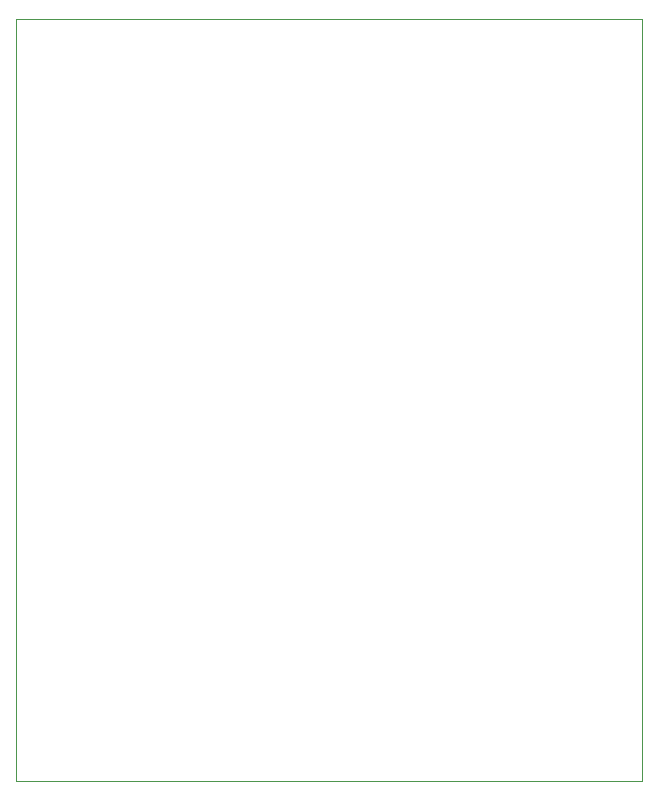
<source format=gm1>
G04 #@! TF.GenerationSoftware,KiCad,Pcbnew,(5.1.5)-2*
G04 #@! TF.CreationDate,2020-02-28T16:04:00+09:00*
G04 #@! TF.ProjectId,circuit_master_ver.2.0.0,63697263-7569-4745-9f6d-61737465725f,rev?*
G04 #@! TF.SameCoordinates,Original*
G04 #@! TF.FileFunction,Profile,NP*
%FSLAX46Y46*%
G04 Gerber Fmt 4.6, Leading zero omitted, Abs format (unit mm)*
G04 Created by KiCad (PCBNEW (5.1.5)-2) date 2020-02-28 16:04:00*
%MOMM*%
%LPD*%
G04 APERTURE LIST*
%ADD10C,0.050000*%
G04 APERTURE END LIST*
D10*
X35000000Y-110500000D02*
X35000000Y-175000000D01*
X88000000Y-110500000D02*
X35000000Y-110500000D01*
X88000000Y-175000000D02*
X88000000Y-110500000D01*
X35000000Y-175000000D02*
X88000000Y-175000000D01*
M02*

</source>
